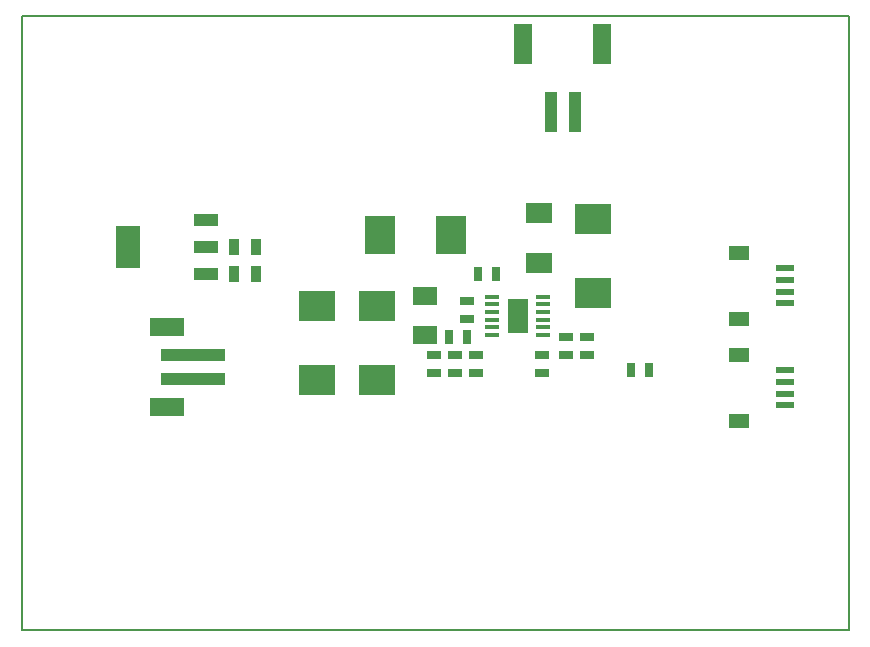
<source format=gbp>
G04 #@! TF.GenerationSoftware,KiCad,Pcbnew,(5.1.5-0-10_14)*
G04 #@! TF.CreationDate,2020-05-24T14:41:35+12:00*
G04 #@! TF.ProjectId,power-board,706f7765-722d-4626-9f61-72642e6b6963,C*
G04 #@! TF.SameCoordinates,Original*
G04 #@! TF.FileFunction,Paste,Bot*
G04 #@! TF.FilePolarity,Positive*
%FSLAX46Y46*%
G04 Gerber Fmt 4.6, Leading zero omitted, Abs format (unit mm)*
G04 Created by KiCad (PCBNEW (5.1.5-0-10_14)) date 2020-05-24 14:41:35*
%MOMM*%
%LPD*%
G04 APERTURE LIST*
%ADD10C,0.200000*%
%ADD11R,1.500000X3.400000*%
%ADD12R,1.000000X3.500000*%
%ADD13R,2.500000X3.250000*%
%ADD14R,3.000000X1.600000*%
%ADD15R,5.500000X1.000000*%
%ADD16R,2.032000X1.016000*%
%ADD17R,2.032000X3.657600*%
%ADD18R,2.199640X1.800000*%
%ADD19R,1.651000X2.845000*%
%ADD20R,1.270000X0.381000*%
%ADD21R,1.800000X1.200000*%
%ADD22R,1.500000X0.600000*%
%ADD23R,2.032000X1.524000*%
%ADD24R,0.889000X1.397000*%
%ADD25R,1.143000X0.635000*%
%ADD26R,0.635000X1.143000*%
%ADD27R,3.100000X2.600000*%
G04 APERTURE END LIST*
D10*
X111800000Y-94400000D02*
X111800000Y-42400000D01*
X41800000Y-42400000D02*
X41800000Y-94400000D01*
X111800000Y-42400000D02*
X41800000Y-42400000D01*
X41800000Y-94400000D02*
X111800000Y-94400000D01*
D11*
X84250000Y-44740000D03*
X90950000Y-44740000D03*
D12*
X88600000Y-50490000D03*
X86600000Y-50490000D03*
D13*
X78160000Y-60900000D03*
X72160000Y-60900000D03*
D14*
X54070000Y-75476000D03*
X54070000Y-68676000D03*
D15*
X56320000Y-71076000D03*
X56320000Y-73076000D03*
D16*
X57380000Y-59630000D03*
X57380000Y-64202000D03*
X57380000Y-61916000D03*
D17*
X50776000Y-61916000D03*
D18*
X85574000Y-63254000D03*
X85574000Y-59054000D03*
D19*
X83796000Y-67758000D03*
D20*
X81637000Y-66782640D03*
X81637000Y-67432880D03*
X81637000Y-68083120D03*
X81637000Y-68733360D03*
X85955000Y-68733360D03*
X85955000Y-68083120D03*
X85955000Y-67432880D03*
X85955000Y-66782640D03*
X81637000Y-69383360D03*
X81637000Y-66132640D03*
X85955000Y-66132640D03*
X85955000Y-69383360D03*
D21*
X102502000Y-68018000D03*
X102502000Y-62418000D03*
D22*
X106402000Y-63718000D03*
X106402000Y-66718000D03*
X106402000Y-65718000D03*
X106402000Y-64718000D03*
D21*
X102502000Y-76654000D03*
X102502000Y-71054000D03*
D22*
X106402000Y-72354000D03*
X106402000Y-75354000D03*
X106402000Y-74354000D03*
X106402000Y-73354000D03*
D23*
X75922000Y-69409000D03*
X75922000Y-66107000D03*
D24*
X61634500Y-61916000D03*
X59729500Y-61916000D03*
X61634500Y-64202000D03*
X59729500Y-64202000D03*
D25*
X85828000Y-71060000D03*
X85828000Y-72584000D03*
X89638000Y-71060000D03*
X89638000Y-69536000D03*
X87860000Y-71060000D03*
X87860000Y-69536000D03*
X80240000Y-71060000D03*
X80240000Y-72584000D03*
X76684000Y-71060000D03*
X76684000Y-72584000D03*
D26*
X79478000Y-69536000D03*
X77954000Y-69536000D03*
D25*
X78462000Y-71060000D03*
X78462000Y-72584000D03*
D27*
X71858000Y-66894000D03*
X71858000Y-73194000D03*
X66778000Y-66894000D03*
X66778000Y-73194000D03*
X90146000Y-65828000D03*
X90146000Y-59528000D03*
D26*
X94886000Y-72388000D03*
X93362000Y-72388000D03*
X80408000Y-64260000D03*
X81932000Y-64260000D03*
D25*
X79478000Y-66488000D03*
X79478000Y-68012000D03*
M02*

</source>
